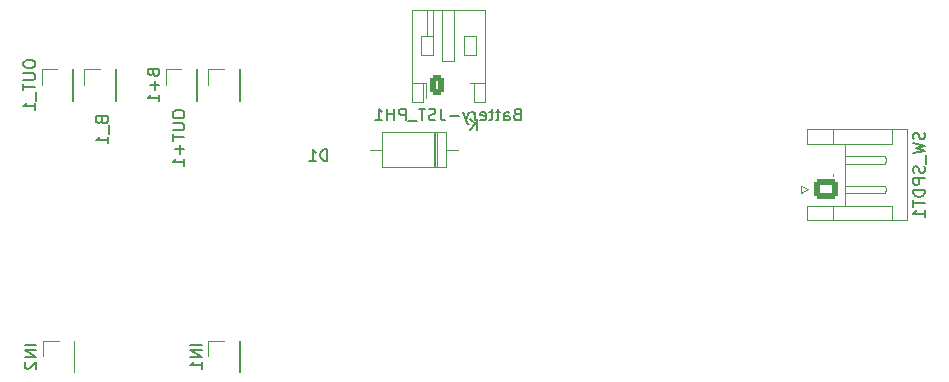
<source format=gbo>
G04 #@! TF.GenerationSoftware,KiCad,Pcbnew,8.0.8*
G04 #@! TF.CreationDate,2025-02-11T14:36:37+01:00*
G04 #@! TF.ProjectId,dmp,646d702e-6b69-4636-9164-5f7063625858,rev?*
G04 #@! TF.SameCoordinates,Original*
G04 #@! TF.FileFunction,Legend,Bot*
G04 #@! TF.FilePolarity,Positive*
%FSLAX46Y46*%
G04 Gerber Fmt 4.6, Leading zero omitted, Abs format (unit mm)*
G04 Created by KiCad (PCBNEW 8.0.8) date 2025-02-11 14:36:37*
%MOMM*%
%LPD*%
G01*
G04 APERTURE LIST*
G04 Aperture macros list*
%AMRoundRect*
0 Rectangle with rounded corners*
0 $1 Rounding radius*
0 $2 $3 $4 $5 $6 $7 $8 $9 X,Y pos of 4 corners*
0 Add a 4 corners polygon primitive as box body*
4,1,4,$2,$3,$4,$5,$6,$7,$8,$9,$2,$3,0*
0 Add four circle primitives for the rounded corners*
1,1,$1+$1,$2,$3*
1,1,$1+$1,$4,$5*
1,1,$1+$1,$6,$7*
1,1,$1+$1,$8,$9*
0 Add four rect primitives between the rounded corners*
20,1,$1+$1,$2,$3,$4,$5,0*
20,1,$1+$1,$4,$5,$6,$7,0*
20,1,$1+$1,$6,$7,$8,$9,0*
20,1,$1+$1,$8,$9,$2,$3,0*%
G04 Aperture macros list end*
%ADD10C,0.150000*%
%ADD11C,0.120000*%
%ADD12R,1.700000X1.700000*%
%ADD13O,1.700000X1.700000*%
%ADD14RoundRect,0.250000X-0.600000X-0.750000X0.600000X-0.750000X0.600000X0.750000X-0.600000X0.750000X0*%
%ADD15O,1.700000X2.000000*%
%ADD16R,2.000000X1.200000*%
%ADD17O,2.000000X1.200000*%
%ADD18C,3.200000*%
%ADD19R,1.800000X2.500000*%
%ADD20O,1.800000X2.500000*%
%ADD21RoundRect,0.250000X0.750000X-0.600000X0.750000X0.600000X-0.750000X0.600000X-0.750000X-0.600000X0*%
%ADD22O,2.000000X1.700000*%
%ADD23R,2.200000X2.200000*%
%ADD24O,2.200000X2.200000*%
%ADD25RoundRect,0.250000X-0.350000X-0.625000X0.350000X-0.625000X0.350000X0.625000X-0.350000X0.625000X0*%
%ADD26O,1.200000X1.750000*%
%ADD27C,0.600000*%
G04 APERTURE END LIST*
D10*
X100501009Y-80476190D02*
X100548628Y-80619047D01*
X100548628Y-80619047D02*
X100596247Y-80666666D01*
X100596247Y-80666666D02*
X100691485Y-80714285D01*
X100691485Y-80714285D02*
X100834342Y-80714285D01*
X100834342Y-80714285D02*
X100929580Y-80666666D01*
X100929580Y-80666666D02*
X100977200Y-80619047D01*
X100977200Y-80619047D02*
X101024819Y-80523809D01*
X101024819Y-80523809D02*
X101024819Y-80142857D01*
X101024819Y-80142857D02*
X100024819Y-80142857D01*
X100024819Y-80142857D02*
X100024819Y-80476190D01*
X100024819Y-80476190D02*
X100072438Y-80571428D01*
X100072438Y-80571428D02*
X100120057Y-80619047D01*
X100120057Y-80619047D02*
X100215295Y-80666666D01*
X100215295Y-80666666D02*
X100310533Y-80666666D01*
X100310533Y-80666666D02*
X100405771Y-80619047D01*
X100405771Y-80619047D02*
X100453390Y-80571428D01*
X100453390Y-80571428D02*
X100501009Y-80476190D01*
X100501009Y-80476190D02*
X100501009Y-80142857D01*
X100643866Y-81142857D02*
X100643866Y-81904762D01*
X101024819Y-81523809D02*
X100262914Y-81523809D01*
X101024819Y-82904761D02*
X101024819Y-82333333D01*
X101024819Y-82619047D02*
X100024819Y-82619047D01*
X100024819Y-82619047D02*
X100167676Y-82523809D01*
X100167676Y-82523809D02*
X100262914Y-82428571D01*
X100262914Y-82428571D02*
X100310533Y-82333333D01*
X90624819Y-103500000D02*
X89624819Y-103500000D01*
X90624819Y-103976190D02*
X89624819Y-103976190D01*
X89624819Y-103976190D02*
X90624819Y-104547618D01*
X90624819Y-104547618D02*
X89624819Y-104547618D01*
X89720057Y-104976190D02*
X89672438Y-105023809D01*
X89672438Y-105023809D02*
X89624819Y-105119047D01*
X89624819Y-105119047D02*
X89624819Y-105357142D01*
X89624819Y-105357142D02*
X89672438Y-105452380D01*
X89672438Y-105452380D02*
X89720057Y-105499999D01*
X89720057Y-105499999D02*
X89815295Y-105547618D01*
X89815295Y-105547618D02*
X89910533Y-105547618D01*
X89910533Y-105547618D02*
X90053390Y-105499999D01*
X90053390Y-105499999D02*
X90624819Y-104928571D01*
X90624819Y-104928571D02*
X90624819Y-105547618D01*
X104624819Y-103500000D02*
X103624819Y-103500000D01*
X104624819Y-103976190D02*
X103624819Y-103976190D01*
X103624819Y-103976190D02*
X104624819Y-104547618D01*
X104624819Y-104547618D02*
X103624819Y-104547618D01*
X104624819Y-105547618D02*
X104624819Y-104976190D01*
X104624819Y-105261904D02*
X103624819Y-105261904D01*
X103624819Y-105261904D02*
X103767676Y-105166666D01*
X103767676Y-105166666D02*
X103862914Y-105071428D01*
X103862914Y-105071428D02*
X103910533Y-104976190D01*
X102154819Y-83904762D02*
X102154819Y-84095238D01*
X102154819Y-84095238D02*
X102202438Y-84190476D01*
X102202438Y-84190476D02*
X102297676Y-84285714D01*
X102297676Y-84285714D02*
X102488152Y-84333333D01*
X102488152Y-84333333D02*
X102821485Y-84333333D01*
X102821485Y-84333333D02*
X103011961Y-84285714D01*
X103011961Y-84285714D02*
X103107200Y-84190476D01*
X103107200Y-84190476D02*
X103154819Y-84095238D01*
X103154819Y-84095238D02*
X103154819Y-83904762D01*
X103154819Y-83904762D02*
X103107200Y-83809524D01*
X103107200Y-83809524D02*
X103011961Y-83714286D01*
X103011961Y-83714286D02*
X102821485Y-83666667D01*
X102821485Y-83666667D02*
X102488152Y-83666667D01*
X102488152Y-83666667D02*
X102297676Y-83714286D01*
X102297676Y-83714286D02*
X102202438Y-83809524D01*
X102202438Y-83809524D02*
X102154819Y-83904762D01*
X102154819Y-84761905D02*
X102964342Y-84761905D01*
X102964342Y-84761905D02*
X103059580Y-84809524D01*
X103059580Y-84809524D02*
X103107200Y-84857143D01*
X103107200Y-84857143D02*
X103154819Y-84952381D01*
X103154819Y-84952381D02*
X103154819Y-85142857D01*
X103154819Y-85142857D02*
X103107200Y-85238095D01*
X103107200Y-85238095D02*
X103059580Y-85285714D01*
X103059580Y-85285714D02*
X102964342Y-85333333D01*
X102964342Y-85333333D02*
X102154819Y-85333333D01*
X102154819Y-85666667D02*
X102154819Y-86238095D01*
X103154819Y-85952381D02*
X102154819Y-85952381D01*
X102773866Y-86571429D02*
X102773866Y-87333334D01*
X103154819Y-86952381D02*
X102392914Y-86952381D01*
X103154819Y-88333333D02*
X103154819Y-87761905D01*
X103154819Y-88047619D02*
X102154819Y-88047619D01*
X102154819Y-88047619D02*
X102297676Y-87952381D01*
X102297676Y-87952381D02*
X102392914Y-87857143D01*
X102392914Y-87857143D02*
X102440533Y-87761905D01*
X165787200Y-85538571D02*
X165834819Y-85681428D01*
X165834819Y-85681428D02*
X165834819Y-85919523D01*
X165834819Y-85919523D02*
X165787200Y-86014761D01*
X165787200Y-86014761D02*
X165739580Y-86062380D01*
X165739580Y-86062380D02*
X165644342Y-86109999D01*
X165644342Y-86109999D02*
X165549104Y-86109999D01*
X165549104Y-86109999D02*
X165453866Y-86062380D01*
X165453866Y-86062380D02*
X165406247Y-86014761D01*
X165406247Y-86014761D02*
X165358628Y-85919523D01*
X165358628Y-85919523D02*
X165311009Y-85729047D01*
X165311009Y-85729047D02*
X165263390Y-85633809D01*
X165263390Y-85633809D02*
X165215771Y-85586190D01*
X165215771Y-85586190D02*
X165120533Y-85538571D01*
X165120533Y-85538571D02*
X165025295Y-85538571D01*
X165025295Y-85538571D02*
X164930057Y-85586190D01*
X164930057Y-85586190D02*
X164882438Y-85633809D01*
X164882438Y-85633809D02*
X164834819Y-85729047D01*
X164834819Y-85729047D02*
X164834819Y-85967142D01*
X164834819Y-85967142D02*
X164882438Y-86109999D01*
X164834819Y-86443333D02*
X165834819Y-86681428D01*
X165834819Y-86681428D02*
X165120533Y-86871904D01*
X165120533Y-86871904D02*
X165834819Y-87062380D01*
X165834819Y-87062380D02*
X164834819Y-87300476D01*
X165930057Y-87443333D02*
X165930057Y-88205237D01*
X165787200Y-88395714D02*
X165834819Y-88538571D01*
X165834819Y-88538571D02*
X165834819Y-88776666D01*
X165834819Y-88776666D02*
X165787200Y-88871904D01*
X165787200Y-88871904D02*
X165739580Y-88919523D01*
X165739580Y-88919523D02*
X165644342Y-88967142D01*
X165644342Y-88967142D02*
X165549104Y-88967142D01*
X165549104Y-88967142D02*
X165453866Y-88919523D01*
X165453866Y-88919523D02*
X165406247Y-88871904D01*
X165406247Y-88871904D02*
X165358628Y-88776666D01*
X165358628Y-88776666D02*
X165311009Y-88586190D01*
X165311009Y-88586190D02*
X165263390Y-88490952D01*
X165263390Y-88490952D02*
X165215771Y-88443333D01*
X165215771Y-88443333D02*
X165120533Y-88395714D01*
X165120533Y-88395714D02*
X165025295Y-88395714D01*
X165025295Y-88395714D02*
X164930057Y-88443333D01*
X164930057Y-88443333D02*
X164882438Y-88490952D01*
X164882438Y-88490952D02*
X164834819Y-88586190D01*
X164834819Y-88586190D02*
X164834819Y-88824285D01*
X164834819Y-88824285D02*
X164882438Y-88967142D01*
X165834819Y-89395714D02*
X164834819Y-89395714D01*
X164834819Y-89395714D02*
X164834819Y-89776666D01*
X164834819Y-89776666D02*
X164882438Y-89871904D01*
X164882438Y-89871904D02*
X164930057Y-89919523D01*
X164930057Y-89919523D02*
X165025295Y-89967142D01*
X165025295Y-89967142D02*
X165168152Y-89967142D01*
X165168152Y-89967142D02*
X165263390Y-89919523D01*
X165263390Y-89919523D02*
X165311009Y-89871904D01*
X165311009Y-89871904D02*
X165358628Y-89776666D01*
X165358628Y-89776666D02*
X165358628Y-89395714D01*
X165834819Y-90395714D02*
X164834819Y-90395714D01*
X164834819Y-90395714D02*
X164834819Y-90633809D01*
X164834819Y-90633809D02*
X164882438Y-90776666D01*
X164882438Y-90776666D02*
X164977676Y-90871904D01*
X164977676Y-90871904D02*
X165072914Y-90919523D01*
X165072914Y-90919523D02*
X165263390Y-90967142D01*
X165263390Y-90967142D02*
X165406247Y-90967142D01*
X165406247Y-90967142D02*
X165596723Y-90919523D01*
X165596723Y-90919523D02*
X165691961Y-90871904D01*
X165691961Y-90871904D02*
X165787200Y-90776666D01*
X165787200Y-90776666D02*
X165834819Y-90633809D01*
X165834819Y-90633809D02*
X165834819Y-90395714D01*
X164834819Y-91252857D02*
X164834819Y-91824285D01*
X165834819Y-91538571D02*
X164834819Y-91538571D01*
X165834819Y-92681428D02*
X165834819Y-92110000D01*
X165834819Y-92395714D02*
X164834819Y-92395714D01*
X164834819Y-92395714D02*
X164977676Y-92300476D01*
X164977676Y-92300476D02*
X165072914Y-92205238D01*
X165072914Y-92205238D02*
X165120533Y-92110000D01*
X115238094Y-87954819D02*
X115238094Y-86954819D01*
X115238094Y-86954819D02*
X114999999Y-86954819D01*
X114999999Y-86954819D02*
X114857142Y-87002438D01*
X114857142Y-87002438D02*
X114761904Y-87097676D01*
X114761904Y-87097676D02*
X114714285Y-87192914D01*
X114714285Y-87192914D02*
X114666666Y-87383390D01*
X114666666Y-87383390D02*
X114666666Y-87526247D01*
X114666666Y-87526247D02*
X114714285Y-87716723D01*
X114714285Y-87716723D02*
X114761904Y-87811961D01*
X114761904Y-87811961D02*
X114857142Y-87907200D01*
X114857142Y-87907200D02*
X114999999Y-87954819D01*
X114999999Y-87954819D02*
X115238094Y-87954819D01*
X113714285Y-87954819D02*
X114285713Y-87954819D01*
X113999999Y-87954819D02*
X113999999Y-86954819D01*
X113999999Y-86954819D02*
X114095237Y-87097676D01*
X114095237Y-87097676D02*
X114190475Y-87192914D01*
X114190475Y-87192914D02*
X114285713Y-87240533D01*
X127921904Y-85354819D02*
X127921904Y-84354819D01*
X127350476Y-85354819D02*
X127779047Y-84783390D01*
X127350476Y-84354819D02*
X127921904Y-84926247D01*
X96131009Y-84514285D02*
X96178628Y-84657142D01*
X96178628Y-84657142D02*
X96226247Y-84704761D01*
X96226247Y-84704761D02*
X96321485Y-84752380D01*
X96321485Y-84752380D02*
X96464342Y-84752380D01*
X96464342Y-84752380D02*
X96559580Y-84704761D01*
X96559580Y-84704761D02*
X96607200Y-84657142D01*
X96607200Y-84657142D02*
X96654819Y-84561904D01*
X96654819Y-84561904D02*
X96654819Y-84180952D01*
X96654819Y-84180952D02*
X95654819Y-84180952D01*
X95654819Y-84180952D02*
X95654819Y-84514285D01*
X95654819Y-84514285D02*
X95702438Y-84609523D01*
X95702438Y-84609523D02*
X95750057Y-84657142D01*
X95750057Y-84657142D02*
X95845295Y-84704761D01*
X95845295Y-84704761D02*
X95940533Y-84704761D01*
X95940533Y-84704761D02*
X96035771Y-84657142D01*
X96035771Y-84657142D02*
X96083390Y-84609523D01*
X96083390Y-84609523D02*
X96131009Y-84514285D01*
X96131009Y-84514285D02*
X96131009Y-84180952D01*
X96750057Y-84942857D02*
X96750057Y-85704761D01*
X96654819Y-86466666D02*
X96654819Y-85895238D01*
X96654819Y-86180952D02*
X95654819Y-86180952D01*
X95654819Y-86180952D02*
X95797676Y-86085714D01*
X95797676Y-86085714D02*
X95892914Y-85990476D01*
X95892914Y-85990476D02*
X95940533Y-85895238D01*
X89524819Y-79642857D02*
X89524819Y-79833333D01*
X89524819Y-79833333D02*
X89572438Y-79928571D01*
X89572438Y-79928571D02*
X89667676Y-80023809D01*
X89667676Y-80023809D02*
X89858152Y-80071428D01*
X89858152Y-80071428D02*
X90191485Y-80071428D01*
X90191485Y-80071428D02*
X90381961Y-80023809D01*
X90381961Y-80023809D02*
X90477200Y-79928571D01*
X90477200Y-79928571D02*
X90524819Y-79833333D01*
X90524819Y-79833333D02*
X90524819Y-79642857D01*
X90524819Y-79642857D02*
X90477200Y-79547619D01*
X90477200Y-79547619D02*
X90381961Y-79452381D01*
X90381961Y-79452381D02*
X90191485Y-79404762D01*
X90191485Y-79404762D02*
X89858152Y-79404762D01*
X89858152Y-79404762D02*
X89667676Y-79452381D01*
X89667676Y-79452381D02*
X89572438Y-79547619D01*
X89572438Y-79547619D02*
X89524819Y-79642857D01*
X89524819Y-80500000D02*
X90334342Y-80500000D01*
X90334342Y-80500000D02*
X90429580Y-80547619D01*
X90429580Y-80547619D02*
X90477200Y-80595238D01*
X90477200Y-80595238D02*
X90524819Y-80690476D01*
X90524819Y-80690476D02*
X90524819Y-80880952D01*
X90524819Y-80880952D02*
X90477200Y-80976190D01*
X90477200Y-80976190D02*
X90429580Y-81023809D01*
X90429580Y-81023809D02*
X90334342Y-81071428D01*
X90334342Y-81071428D02*
X89524819Y-81071428D01*
X89524819Y-81404762D02*
X89524819Y-81976190D01*
X90524819Y-81690476D02*
X89524819Y-81690476D01*
X90620057Y-82071429D02*
X90620057Y-82833333D01*
X90524819Y-83595238D02*
X90524819Y-83023810D01*
X90524819Y-83309524D02*
X89524819Y-83309524D01*
X89524819Y-83309524D02*
X89667676Y-83214286D01*
X89667676Y-83214286D02*
X89762914Y-83119048D01*
X89762914Y-83119048D02*
X89810533Y-83023810D01*
X131309524Y-83981009D02*
X131166667Y-84028628D01*
X131166667Y-84028628D02*
X131119048Y-84076247D01*
X131119048Y-84076247D02*
X131071429Y-84171485D01*
X131071429Y-84171485D02*
X131071429Y-84314342D01*
X131071429Y-84314342D02*
X131119048Y-84409580D01*
X131119048Y-84409580D02*
X131166667Y-84457200D01*
X131166667Y-84457200D02*
X131261905Y-84504819D01*
X131261905Y-84504819D02*
X131642857Y-84504819D01*
X131642857Y-84504819D02*
X131642857Y-83504819D01*
X131642857Y-83504819D02*
X131309524Y-83504819D01*
X131309524Y-83504819D02*
X131214286Y-83552438D01*
X131214286Y-83552438D02*
X131166667Y-83600057D01*
X131166667Y-83600057D02*
X131119048Y-83695295D01*
X131119048Y-83695295D02*
X131119048Y-83790533D01*
X131119048Y-83790533D02*
X131166667Y-83885771D01*
X131166667Y-83885771D02*
X131214286Y-83933390D01*
X131214286Y-83933390D02*
X131309524Y-83981009D01*
X131309524Y-83981009D02*
X131642857Y-83981009D01*
X130214286Y-84504819D02*
X130214286Y-83981009D01*
X130214286Y-83981009D02*
X130261905Y-83885771D01*
X130261905Y-83885771D02*
X130357143Y-83838152D01*
X130357143Y-83838152D02*
X130547619Y-83838152D01*
X130547619Y-83838152D02*
X130642857Y-83885771D01*
X130214286Y-84457200D02*
X130309524Y-84504819D01*
X130309524Y-84504819D02*
X130547619Y-84504819D01*
X130547619Y-84504819D02*
X130642857Y-84457200D01*
X130642857Y-84457200D02*
X130690476Y-84361961D01*
X130690476Y-84361961D02*
X130690476Y-84266723D01*
X130690476Y-84266723D02*
X130642857Y-84171485D01*
X130642857Y-84171485D02*
X130547619Y-84123866D01*
X130547619Y-84123866D02*
X130309524Y-84123866D01*
X130309524Y-84123866D02*
X130214286Y-84076247D01*
X129880952Y-83838152D02*
X129500000Y-83838152D01*
X129738095Y-83504819D02*
X129738095Y-84361961D01*
X129738095Y-84361961D02*
X129690476Y-84457200D01*
X129690476Y-84457200D02*
X129595238Y-84504819D01*
X129595238Y-84504819D02*
X129500000Y-84504819D01*
X129309523Y-83838152D02*
X128928571Y-83838152D01*
X129166666Y-83504819D02*
X129166666Y-84361961D01*
X129166666Y-84361961D02*
X129119047Y-84457200D01*
X129119047Y-84457200D02*
X129023809Y-84504819D01*
X129023809Y-84504819D02*
X128928571Y-84504819D01*
X128214285Y-84457200D02*
X128309523Y-84504819D01*
X128309523Y-84504819D02*
X128499999Y-84504819D01*
X128499999Y-84504819D02*
X128595237Y-84457200D01*
X128595237Y-84457200D02*
X128642856Y-84361961D01*
X128642856Y-84361961D02*
X128642856Y-83981009D01*
X128642856Y-83981009D02*
X128595237Y-83885771D01*
X128595237Y-83885771D02*
X128499999Y-83838152D01*
X128499999Y-83838152D02*
X128309523Y-83838152D01*
X128309523Y-83838152D02*
X128214285Y-83885771D01*
X128214285Y-83885771D02*
X128166666Y-83981009D01*
X128166666Y-83981009D02*
X128166666Y-84076247D01*
X128166666Y-84076247D02*
X128642856Y-84171485D01*
X127738094Y-84504819D02*
X127738094Y-83838152D01*
X127738094Y-84028628D02*
X127690475Y-83933390D01*
X127690475Y-83933390D02*
X127642856Y-83885771D01*
X127642856Y-83885771D02*
X127547618Y-83838152D01*
X127547618Y-83838152D02*
X127452380Y-83838152D01*
X127214284Y-83838152D02*
X126976189Y-84504819D01*
X126738094Y-83838152D02*
X126976189Y-84504819D01*
X126976189Y-84504819D02*
X127071427Y-84742914D01*
X127071427Y-84742914D02*
X127119046Y-84790533D01*
X127119046Y-84790533D02*
X127214284Y-84838152D01*
X126357141Y-84123866D02*
X125595237Y-84123866D01*
X124833332Y-83504819D02*
X124833332Y-84219104D01*
X124833332Y-84219104D02*
X124880951Y-84361961D01*
X124880951Y-84361961D02*
X124976189Y-84457200D01*
X124976189Y-84457200D02*
X125119046Y-84504819D01*
X125119046Y-84504819D02*
X125214284Y-84504819D01*
X124404760Y-84457200D02*
X124261903Y-84504819D01*
X124261903Y-84504819D02*
X124023808Y-84504819D01*
X124023808Y-84504819D02*
X123928570Y-84457200D01*
X123928570Y-84457200D02*
X123880951Y-84409580D01*
X123880951Y-84409580D02*
X123833332Y-84314342D01*
X123833332Y-84314342D02*
X123833332Y-84219104D01*
X123833332Y-84219104D02*
X123880951Y-84123866D01*
X123880951Y-84123866D02*
X123928570Y-84076247D01*
X123928570Y-84076247D02*
X124023808Y-84028628D01*
X124023808Y-84028628D02*
X124214284Y-83981009D01*
X124214284Y-83981009D02*
X124309522Y-83933390D01*
X124309522Y-83933390D02*
X124357141Y-83885771D01*
X124357141Y-83885771D02*
X124404760Y-83790533D01*
X124404760Y-83790533D02*
X124404760Y-83695295D01*
X124404760Y-83695295D02*
X124357141Y-83600057D01*
X124357141Y-83600057D02*
X124309522Y-83552438D01*
X124309522Y-83552438D02*
X124214284Y-83504819D01*
X124214284Y-83504819D02*
X123976189Y-83504819D01*
X123976189Y-83504819D02*
X123833332Y-83552438D01*
X123547617Y-83504819D02*
X122976189Y-83504819D01*
X123261903Y-84504819D02*
X123261903Y-83504819D01*
X122880951Y-84600057D02*
X122119046Y-84600057D01*
X121880950Y-84504819D02*
X121880950Y-83504819D01*
X121880950Y-83504819D02*
X121499998Y-83504819D01*
X121499998Y-83504819D02*
X121404760Y-83552438D01*
X121404760Y-83552438D02*
X121357141Y-83600057D01*
X121357141Y-83600057D02*
X121309522Y-83695295D01*
X121309522Y-83695295D02*
X121309522Y-83838152D01*
X121309522Y-83838152D02*
X121357141Y-83933390D01*
X121357141Y-83933390D02*
X121404760Y-83981009D01*
X121404760Y-83981009D02*
X121499998Y-84028628D01*
X121499998Y-84028628D02*
X121880950Y-84028628D01*
X120880950Y-84504819D02*
X120880950Y-83504819D01*
X120880950Y-83981009D02*
X120309522Y-83981009D01*
X120309522Y-84504819D02*
X120309522Y-83504819D01*
X119309522Y-84504819D02*
X119880950Y-84504819D01*
X119595236Y-84504819D02*
X119595236Y-83504819D01*
X119595236Y-83504819D02*
X119690474Y-83647676D01*
X119690474Y-83647676D02*
X119785712Y-83742914D01*
X119785712Y-83742914D02*
X119880950Y-83790533D01*
D11*
X101570000Y-80170000D02*
X102900000Y-80170000D01*
X101570000Y-81500000D02*
X101570000Y-80170000D01*
X104170000Y-82830000D02*
X104170000Y-80170000D01*
X104230000Y-80170000D02*
X104170000Y-80170000D01*
X104230000Y-82830000D02*
X104170000Y-82830000D01*
X104230000Y-82830000D02*
X104230000Y-80170000D01*
X91170000Y-103170000D02*
X92500000Y-103170000D01*
X91170000Y-104500000D02*
X91170000Y-103170000D01*
X93770000Y-105830000D02*
X93770000Y-103170000D01*
X93830000Y-103170000D02*
X93770000Y-103170000D01*
X93830000Y-105830000D02*
X93770000Y-105830000D01*
X93830000Y-105830000D02*
X93830000Y-103170000D01*
X105170000Y-103170000D02*
X106500000Y-103170000D01*
X105170000Y-104500000D02*
X105170000Y-103170000D01*
X107770000Y-105830000D02*
X107770000Y-103170000D01*
X107830000Y-103170000D02*
X107770000Y-103170000D01*
X107830000Y-105830000D02*
X107770000Y-105830000D01*
X107830000Y-105830000D02*
X107830000Y-103170000D01*
X105170000Y-80170000D02*
X106500000Y-80170000D01*
X105170000Y-81500000D02*
X105170000Y-80170000D01*
X107770000Y-82830000D02*
X107770000Y-80170000D01*
X107830000Y-80170000D02*
X107770000Y-80170000D01*
X107830000Y-82830000D02*
X107770000Y-82830000D01*
X107830000Y-82830000D02*
X107830000Y-80170000D01*
X155380000Y-90060000D02*
X155380000Y-90660000D01*
X155380000Y-90660000D02*
X155980000Y-90360000D01*
X155870000Y-85250000D02*
X164290000Y-85250000D01*
X155870000Y-86470000D02*
X155870000Y-85250000D01*
X155870000Y-91750000D02*
X158070000Y-91750000D01*
X155870000Y-92970000D02*
X155870000Y-91750000D01*
X155980000Y-90360000D02*
X155380000Y-90060000D01*
X158070000Y-85250000D02*
X158070000Y-86470000D01*
X158070000Y-86470000D02*
X155870000Y-86470000D01*
X158070000Y-86470000D02*
X163070000Y-86470000D01*
X158070000Y-89030000D02*
X158070000Y-89190000D01*
X158070000Y-91750000D02*
X163070000Y-91750000D01*
X158070000Y-92970000D02*
X158070000Y-91750000D01*
X159070000Y-86470000D02*
X159070000Y-91750000D01*
X159070000Y-87540000D02*
X162490000Y-87540000D01*
X159070000Y-87860000D02*
X159070000Y-87540000D01*
X159070000Y-88180000D02*
X159070000Y-87860000D01*
X159070000Y-90040000D02*
X162490000Y-90040000D01*
X159070000Y-90360000D02*
X159070000Y-90040000D01*
X159070000Y-90680000D02*
X159070000Y-90360000D01*
X162490000Y-87540000D02*
X162570000Y-87860000D01*
X162490000Y-88180000D02*
X159070000Y-88180000D01*
X162490000Y-90040000D02*
X162570000Y-90360000D01*
X162490000Y-90680000D02*
X159070000Y-90680000D01*
X162570000Y-87860000D02*
X162490000Y-88180000D01*
X162570000Y-90360000D02*
X162490000Y-90680000D01*
X163070000Y-86470000D02*
X163070000Y-85250000D01*
X163070000Y-91750000D02*
X163070000Y-92970000D01*
X164290000Y-85250000D02*
X164290000Y-92970000D01*
X164290000Y-92970000D02*
X155870000Y-92970000D01*
X119860000Y-85530000D02*
X119860000Y-88470000D01*
X119860000Y-87000000D02*
X118840000Y-87000000D01*
X119860000Y-88470000D02*
X125300000Y-88470000D01*
X124280000Y-88470000D02*
X124280000Y-85530000D01*
X124400000Y-88470000D02*
X124400000Y-85530000D01*
X124520000Y-88470000D02*
X124520000Y-85530000D01*
X125300000Y-85530000D02*
X119860000Y-85530000D01*
X125300000Y-87000000D02*
X126320000Y-87000000D01*
X125300000Y-88470000D02*
X125300000Y-85530000D01*
X94670000Y-80170000D02*
X96000000Y-80170000D01*
X94670000Y-81500000D02*
X94670000Y-80170000D01*
X97270000Y-82830000D02*
X97270000Y-80170000D01*
X97330000Y-80170000D02*
X97270000Y-80170000D01*
X97330000Y-82830000D02*
X97270000Y-82830000D01*
X97330000Y-82830000D02*
X97330000Y-80170000D01*
X91070000Y-80170000D02*
X92400000Y-80170000D01*
X91070000Y-81500000D02*
X91070000Y-80170000D01*
X93670000Y-82830000D02*
X93670000Y-80170000D01*
X93730000Y-80170000D02*
X93670000Y-80170000D01*
X93730000Y-82830000D02*
X93670000Y-82830000D01*
X93730000Y-82830000D02*
X93730000Y-80170000D01*
X122440000Y-75140000D02*
X122440000Y-82960000D01*
X122440000Y-82960000D02*
X123360000Y-82960000D01*
X123200000Y-77400000D02*
X123200000Y-79000000D01*
X123200000Y-79000000D02*
X124200000Y-79000000D01*
X123360000Y-81360000D02*
X122440000Y-81360000D01*
X123360000Y-81360000D02*
X123640000Y-81360000D01*
X123360000Y-82960000D02*
X123360000Y-81360000D01*
X123640000Y-82575000D02*
X123640000Y-81360000D01*
X123700000Y-75140000D02*
X123700000Y-77400000D01*
X124200000Y-75140000D02*
X124200000Y-77400000D01*
X124200000Y-77400000D02*
X123200000Y-77400000D01*
X124200000Y-79000000D02*
X124200000Y-77400000D01*
X125000000Y-79500000D02*
X125000000Y-75140000D01*
X126000000Y-75140000D02*
X126000000Y-79500000D01*
X126000000Y-79500000D02*
X125000000Y-79500000D01*
X126800000Y-77400000D02*
X127800000Y-77400000D01*
X126800000Y-79000000D02*
X126800000Y-77400000D01*
X127360000Y-81360000D02*
X127640000Y-81360000D01*
X127640000Y-81360000D02*
X127640000Y-82960000D01*
X127640000Y-81360000D02*
X128560000Y-81360000D01*
X127640000Y-82960000D02*
X128560000Y-82960000D01*
X127800000Y-77400000D02*
X127800000Y-79000000D01*
X127800000Y-79000000D02*
X126800000Y-79000000D01*
X128560000Y-75140000D02*
X122440000Y-75140000D01*
X128560000Y-82960000D02*
X128560000Y-75140000D01*
%LPC*%
D12*
X155340000Y-114860000D03*
D13*
X157880000Y-114860000D03*
X160420000Y-114860000D03*
X162960000Y-114860000D03*
X165500000Y-114860000D03*
D14*
X97980000Y-117360000D03*
D15*
X100480000Y-117360000D03*
D16*
X138860000Y-152840000D03*
D17*
X138860000Y-150300000D03*
X138860000Y-147760000D03*
X138860000Y-145220000D03*
X138860000Y-142680000D03*
X138860000Y-140140000D03*
X138860000Y-137600000D03*
X138860000Y-135060000D03*
X138860000Y-132520000D03*
X138860000Y-129980000D03*
X138860000Y-127440000D03*
X138860000Y-124900000D03*
X138860000Y-122360000D03*
X138860000Y-119820000D03*
X138860000Y-117280000D03*
X138860000Y-114740000D03*
X138860000Y-112200000D03*
X138860000Y-109660000D03*
X138860000Y-107120000D03*
X138863680Y-104582720D03*
X138863680Y-102042720D03*
X138863680Y-99502720D03*
X116000000Y-99500000D03*
X116000000Y-102040000D03*
X116000000Y-104580000D03*
X116000000Y-107120000D03*
X116000000Y-109660000D03*
X116000000Y-112200000D03*
X116000000Y-114740000D03*
X116000000Y-117280000D03*
X116000000Y-119820000D03*
X116000000Y-122360000D03*
X116000000Y-124900000D03*
X116000000Y-127440000D03*
X116000000Y-129980000D03*
X116000000Y-132520000D03*
X116000000Y-135060000D03*
X116000000Y-137600000D03*
X116000000Y-140140000D03*
X116000000Y-142680000D03*
X116000000Y-145220000D03*
X116000000Y-147760000D03*
X116000000Y-150300000D03*
X116000000Y-152840000D03*
D18*
X91850000Y-72860000D03*
X161850000Y-72860000D03*
X91850000Y-23160000D03*
X161850000Y-23160000D03*
D19*
X102720000Y-72860000D03*
D20*
X105260000Y-72860000D03*
X107800000Y-72860000D03*
X110340000Y-72860000D03*
X112880000Y-72860000D03*
X115420000Y-72860000D03*
X117960000Y-72860000D03*
X120500000Y-72860000D03*
X123040000Y-72860000D03*
X125580000Y-72860000D03*
X128120000Y-72860000D03*
X130660000Y-72860000D03*
X133200000Y-72860000D03*
X135740000Y-72860000D03*
X138280000Y-72860000D03*
X140820000Y-72860000D03*
X143360000Y-72860000D03*
X145900000Y-72860000D03*
X148440000Y-72860000D03*
X150980000Y-72860000D03*
D12*
X102900000Y-81500000D03*
X92500000Y-104500000D03*
X106500000Y-104500000D03*
X106500000Y-81500000D03*
D21*
X157480000Y-90360000D03*
D22*
X157480000Y-87860000D03*
D23*
X127660000Y-87000000D03*
D24*
X117500000Y-87000000D03*
D12*
X96000000Y-81500000D03*
X92400000Y-81500000D03*
D25*
X124500000Y-81500000D03*
D26*
X126500000Y-81500000D03*
D27*
X115400000Y-76200000D03*
X165500000Y-111900000D03*
%LPD*%
M02*

</source>
